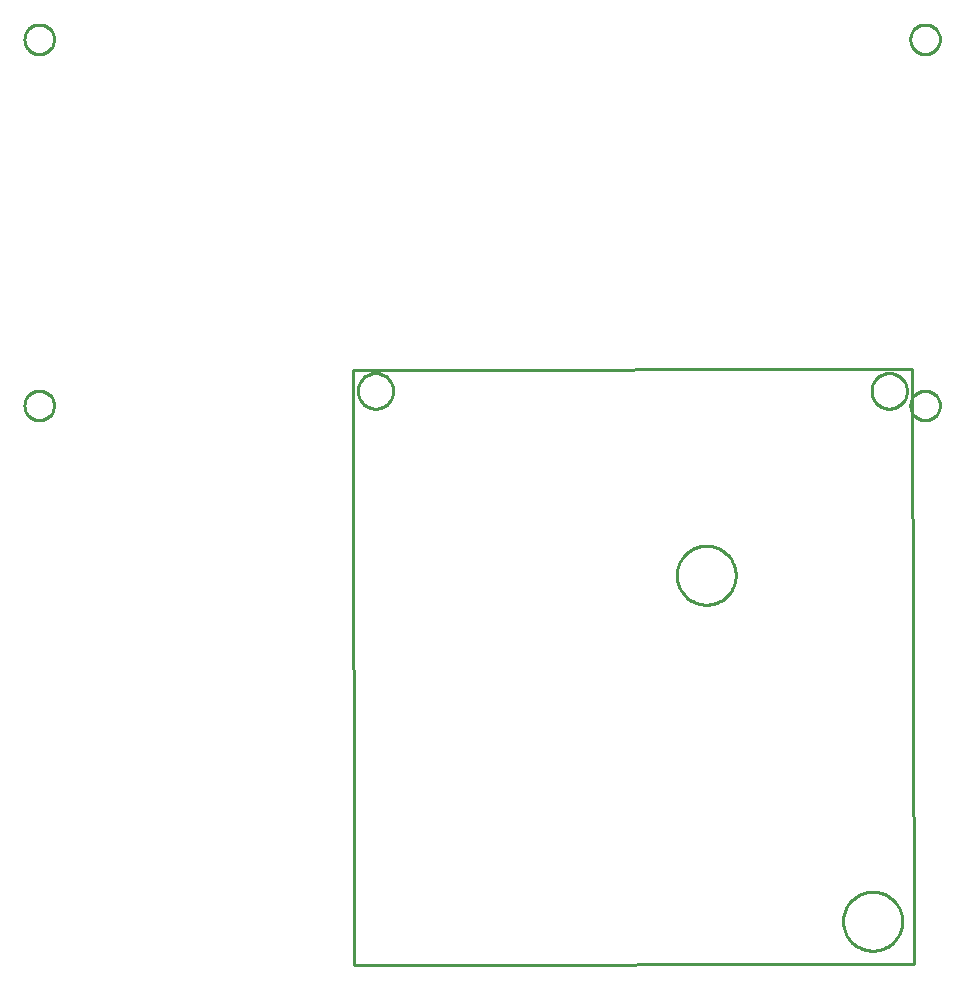
<source format=gbr>
G04 EAGLE Gerber RS-274X export*
G75*
%MOMM*%
%FSLAX34Y34*%
%LPD*%
%IN*%
%IPPOS*%
%AMOC8*
5,1,8,0,0,1.08239X$1,22.5*%
G01*
%ADD10C,0.254000*%


D10*
X5000Y503900D02*
X6000Y0D01*
X479650Y650D01*
X478650Y504550D01*
X5000Y503900D01*
X39000Y485464D02*
X38924Y484396D01*
X38771Y483335D01*
X38543Y482288D01*
X38241Y481260D01*
X37867Y480256D01*
X37422Y479281D01*
X36908Y478341D01*
X36329Y477440D01*
X35687Y476582D01*
X34985Y475772D01*
X34228Y475015D01*
X33418Y474313D01*
X32560Y473671D01*
X31659Y473092D01*
X30719Y472578D01*
X29744Y472133D01*
X28740Y471759D01*
X27712Y471457D01*
X26665Y471229D01*
X25604Y471076D01*
X24536Y471000D01*
X23464Y471000D01*
X22396Y471076D01*
X21335Y471229D01*
X20288Y471457D01*
X19260Y471759D01*
X18256Y472133D01*
X17281Y472578D01*
X16341Y473092D01*
X15440Y473671D01*
X14582Y474313D01*
X13772Y475015D01*
X13015Y475772D01*
X12313Y476582D01*
X11671Y477440D01*
X11092Y478341D01*
X10578Y479281D01*
X10133Y480256D01*
X9759Y481260D01*
X9457Y482288D01*
X9229Y483335D01*
X9076Y484396D01*
X9000Y485464D01*
X9000Y486536D01*
X9076Y487604D01*
X9229Y488665D01*
X9457Y489712D01*
X9759Y490740D01*
X10133Y491744D01*
X10578Y492719D01*
X11092Y493659D01*
X11671Y494560D01*
X12313Y495418D01*
X13015Y496228D01*
X13772Y496985D01*
X14582Y497687D01*
X15440Y498329D01*
X16341Y498908D01*
X17281Y499422D01*
X18256Y499867D01*
X19260Y500241D01*
X20288Y500543D01*
X21335Y500771D01*
X22396Y500924D01*
X23464Y501000D01*
X24536Y501000D01*
X25604Y500924D01*
X26665Y500771D01*
X27712Y500543D01*
X28740Y500241D01*
X29744Y499867D01*
X30719Y499422D01*
X31659Y498908D01*
X32560Y498329D01*
X33418Y497687D01*
X34228Y496985D01*
X34985Y496228D01*
X35687Y495418D01*
X36329Y494560D01*
X36908Y493659D01*
X37422Y492719D01*
X37867Y491744D01*
X38241Y490740D01*
X38543Y489712D01*
X38771Y488665D01*
X38924Y487604D01*
X39000Y486536D01*
X39000Y485464D01*
X474000Y485464D02*
X473924Y484396D01*
X473771Y483335D01*
X473543Y482288D01*
X473241Y481260D01*
X472867Y480256D01*
X472422Y479281D01*
X471908Y478341D01*
X471329Y477440D01*
X470687Y476582D01*
X469985Y475772D01*
X469228Y475015D01*
X468418Y474313D01*
X467560Y473671D01*
X466659Y473092D01*
X465719Y472578D01*
X464744Y472133D01*
X463740Y471759D01*
X462712Y471457D01*
X461665Y471229D01*
X460604Y471076D01*
X459536Y471000D01*
X458464Y471000D01*
X457396Y471076D01*
X456335Y471229D01*
X455288Y471457D01*
X454260Y471759D01*
X453256Y472133D01*
X452281Y472578D01*
X451341Y473092D01*
X450440Y473671D01*
X449582Y474313D01*
X448772Y475015D01*
X448015Y475772D01*
X447313Y476582D01*
X446671Y477440D01*
X446092Y478341D01*
X445578Y479281D01*
X445133Y480256D01*
X444759Y481260D01*
X444457Y482288D01*
X444229Y483335D01*
X444076Y484396D01*
X444000Y485464D01*
X444000Y486536D01*
X444076Y487604D01*
X444229Y488665D01*
X444457Y489712D01*
X444759Y490740D01*
X445133Y491744D01*
X445578Y492719D01*
X446092Y493659D01*
X446671Y494560D01*
X447313Y495418D01*
X448015Y496228D01*
X448772Y496985D01*
X449582Y497687D01*
X450440Y498329D01*
X451341Y498908D01*
X452281Y499422D01*
X453256Y499867D01*
X454260Y500241D01*
X455288Y500543D01*
X456335Y500771D01*
X457396Y500924D01*
X458464Y501000D01*
X459536Y501000D01*
X460604Y500924D01*
X461665Y500771D01*
X462712Y500543D01*
X463740Y500241D01*
X464744Y499867D01*
X465719Y499422D01*
X466659Y498908D01*
X467560Y498329D01*
X468418Y497687D01*
X469228Y496985D01*
X469985Y496228D01*
X470687Y495418D01*
X471329Y494560D01*
X471908Y493659D01*
X472422Y492719D01*
X472867Y491744D01*
X473241Y490740D01*
X473543Y489712D01*
X473771Y488665D01*
X473924Y487604D01*
X474000Y486536D01*
X474000Y485464D01*
X470000Y36299D02*
X469921Y34898D01*
X469764Y33504D01*
X469529Y32121D01*
X469217Y30753D01*
X468829Y29405D01*
X468365Y28081D01*
X467829Y26785D01*
X467220Y25521D01*
X466541Y24293D01*
X465795Y23105D01*
X464983Y21961D01*
X464108Y20864D01*
X463174Y19818D01*
X462182Y18826D01*
X461136Y17892D01*
X460039Y17017D01*
X458895Y16205D01*
X457707Y15459D01*
X456479Y14780D01*
X455215Y14171D01*
X453919Y13635D01*
X452595Y13171D01*
X451247Y12783D01*
X449879Y12471D01*
X448496Y12236D01*
X447102Y12079D01*
X445701Y12000D01*
X444299Y12000D01*
X442898Y12079D01*
X441504Y12236D01*
X440121Y12471D01*
X438753Y12783D01*
X437405Y13171D01*
X436081Y13635D01*
X434785Y14171D01*
X433521Y14780D01*
X432293Y15459D01*
X431105Y16205D01*
X429961Y17017D01*
X428864Y17892D01*
X427818Y18826D01*
X426826Y19818D01*
X425892Y20864D01*
X425017Y21961D01*
X424205Y23105D01*
X423459Y24293D01*
X422780Y25521D01*
X422171Y26785D01*
X421635Y28081D01*
X421171Y29405D01*
X420783Y30753D01*
X420471Y32121D01*
X420236Y33504D01*
X420079Y34898D01*
X420000Y36299D01*
X420000Y37701D01*
X420079Y39102D01*
X420236Y40496D01*
X420471Y41879D01*
X420783Y43247D01*
X421171Y44595D01*
X421635Y45919D01*
X422171Y47215D01*
X422780Y48479D01*
X423459Y49707D01*
X424205Y50895D01*
X425017Y52039D01*
X425892Y53136D01*
X426826Y54182D01*
X427818Y55174D01*
X428864Y56108D01*
X429961Y56983D01*
X431105Y57795D01*
X432293Y58541D01*
X433521Y59220D01*
X434785Y59829D01*
X436081Y60365D01*
X437405Y60829D01*
X438753Y61217D01*
X440121Y61529D01*
X441504Y61764D01*
X442898Y61921D01*
X444299Y62000D01*
X445701Y62000D01*
X447102Y61921D01*
X448496Y61764D01*
X449879Y61529D01*
X451247Y61217D01*
X452595Y60829D01*
X453919Y60365D01*
X455215Y59829D01*
X456479Y59220D01*
X457707Y58541D01*
X458895Y57795D01*
X460039Y56983D01*
X461136Y56108D01*
X462182Y55174D01*
X463174Y54182D01*
X464108Y53136D01*
X464983Y52039D01*
X465795Y50895D01*
X466541Y49707D01*
X467220Y48479D01*
X467829Y47215D01*
X468365Y45919D01*
X468829Y44595D01*
X469217Y43247D01*
X469529Y41879D01*
X469764Y40496D01*
X469921Y39102D01*
X470000Y37701D01*
X470000Y36299D01*
X329000Y329299D02*
X328921Y327898D01*
X328764Y326504D01*
X328529Y325121D01*
X328217Y323753D01*
X327829Y322405D01*
X327365Y321081D01*
X326829Y319785D01*
X326220Y318521D01*
X325541Y317293D01*
X324795Y316105D01*
X323983Y314961D01*
X323108Y313864D01*
X322174Y312818D01*
X321182Y311826D01*
X320136Y310892D01*
X319039Y310017D01*
X317895Y309205D01*
X316707Y308459D01*
X315479Y307780D01*
X314215Y307171D01*
X312919Y306635D01*
X311595Y306171D01*
X310247Y305783D01*
X308879Y305471D01*
X307496Y305236D01*
X306102Y305079D01*
X304701Y305000D01*
X303299Y305000D01*
X301898Y305079D01*
X300504Y305236D01*
X299121Y305471D01*
X297753Y305783D01*
X296405Y306171D01*
X295081Y306635D01*
X293785Y307171D01*
X292521Y307780D01*
X291293Y308459D01*
X290105Y309205D01*
X288961Y310017D01*
X287864Y310892D01*
X286818Y311826D01*
X285826Y312818D01*
X284892Y313864D01*
X284017Y314961D01*
X283205Y316105D01*
X282459Y317293D01*
X281780Y318521D01*
X281171Y319785D01*
X280635Y321081D01*
X280171Y322405D01*
X279783Y323753D01*
X279471Y325121D01*
X279236Y326504D01*
X279079Y327898D01*
X279000Y329299D01*
X279000Y330701D01*
X279079Y332102D01*
X279236Y333496D01*
X279471Y334879D01*
X279783Y336247D01*
X280171Y337595D01*
X280635Y338919D01*
X281171Y340215D01*
X281780Y341479D01*
X282459Y342707D01*
X283205Y343895D01*
X284017Y345039D01*
X284892Y346136D01*
X285826Y347182D01*
X286818Y348174D01*
X287864Y349108D01*
X288961Y349983D01*
X290105Y350795D01*
X291293Y351541D01*
X292521Y352220D01*
X293785Y352829D01*
X295081Y353365D01*
X296405Y353829D01*
X297753Y354217D01*
X299121Y354529D01*
X300504Y354764D01*
X301898Y354921D01*
X303299Y355000D01*
X304701Y355000D01*
X306102Y354921D01*
X307496Y354764D01*
X308879Y354529D01*
X310247Y354217D01*
X311595Y353829D01*
X312919Y353365D01*
X314215Y352829D01*
X315479Y352220D01*
X316707Y351541D01*
X317895Y350795D01*
X319039Y349983D01*
X320136Y349108D01*
X321182Y348174D01*
X322174Y347182D01*
X323108Y346136D01*
X323983Y345039D01*
X324795Y343895D01*
X325541Y342707D01*
X326220Y341479D01*
X326829Y340215D01*
X327365Y338919D01*
X327829Y337595D01*
X328217Y336247D01*
X328529Y334879D01*
X328764Y333496D01*
X328921Y332102D01*
X329000Y330701D01*
X329000Y329299D01*
X476800Y784141D02*
X476877Y785120D01*
X477031Y786091D01*
X477260Y787046D01*
X477564Y787980D01*
X477939Y788887D01*
X478385Y789762D01*
X478899Y790600D01*
X479476Y791395D01*
X480114Y792142D01*
X480808Y792836D01*
X481555Y793474D01*
X482350Y794051D01*
X483188Y794565D01*
X484063Y795011D01*
X484970Y795386D01*
X485904Y795690D01*
X486860Y795919D01*
X487830Y796073D01*
X488809Y796150D01*
X489791Y796150D01*
X490770Y796073D01*
X491741Y795919D01*
X492696Y795690D01*
X493630Y795386D01*
X494537Y795011D01*
X495412Y794565D01*
X496250Y794051D01*
X497045Y793474D01*
X497792Y792836D01*
X498486Y792142D01*
X499124Y791395D01*
X499701Y790600D01*
X500215Y789762D01*
X500661Y788887D01*
X501036Y787980D01*
X501340Y787046D01*
X501569Y786091D01*
X501723Y785120D01*
X501800Y784141D01*
X501800Y783159D01*
X501723Y782180D01*
X501569Y781210D01*
X501340Y780254D01*
X501036Y779320D01*
X500661Y778413D01*
X500215Y777538D01*
X499701Y776700D01*
X499124Y775905D01*
X498486Y775158D01*
X497792Y774464D01*
X497045Y773826D01*
X496250Y773249D01*
X495412Y772735D01*
X494537Y772289D01*
X493630Y771914D01*
X492696Y771610D01*
X491741Y771381D01*
X490770Y771227D01*
X489791Y771150D01*
X488809Y771150D01*
X487830Y771227D01*
X486860Y771381D01*
X485904Y771610D01*
X484970Y771914D01*
X484063Y772289D01*
X483188Y772735D01*
X482350Y773249D01*
X481555Y773826D01*
X480808Y774464D01*
X480114Y775158D01*
X479476Y775905D01*
X478899Y776700D01*
X478385Y777538D01*
X477939Y778413D01*
X477564Y779320D01*
X477260Y780254D01*
X477031Y781210D01*
X476877Y782180D01*
X476800Y783159D01*
X476800Y784141D01*
X-273200Y784141D02*
X-273123Y785120D01*
X-272969Y786091D01*
X-272740Y787046D01*
X-272436Y787980D01*
X-272061Y788887D01*
X-271615Y789762D01*
X-271101Y790600D01*
X-270524Y791395D01*
X-269886Y792142D01*
X-269192Y792836D01*
X-268445Y793474D01*
X-267650Y794051D01*
X-266812Y794565D01*
X-265937Y795011D01*
X-265030Y795386D01*
X-264096Y795690D01*
X-263141Y795919D01*
X-262170Y796073D01*
X-261191Y796150D01*
X-260209Y796150D01*
X-259230Y796073D01*
X-258260Y795919D01*
X-257304Y795690D01*
X-256370Y795386D01*
X-255463Y795011D01*
X-254588Y794565D01*
X-253750Y794051D01*
X-252955Y793474D01*
X-252208Y792836D01*
X-251514Y792142D01*
X-250876Y791395D01*
X-250299Y790600D01*
X-249785Y789762D01*
X-249339Y788887D01*
X-248964Y787980D01*
X-248660Y787046D01*
X-248431Y786091D01*
X-248277Y785120D01*
X-248200Y784141D01*
X-248200Y783159D01*
X-248277Y782180D01*
X-248431Y781210D01*
X-248660Y780254D01*
X-248964Y779320D01*
X-249339Y778413D01*
X-249785Y777538D01*
X-250299Y776700D01*
X-250876Y775905D01*
X-251514Y775158D01*
X-252208Y774464D01*
X-252955Y773826D01*
X-253750Y773249D01*
X-254588Y772735D01*
X-255463Y772289D01*
X-256370Y771914D01*
X-257304Y771610D01*
X-258260Y771381D01*
X-259230Y771227D01*
X-260209Y771150D01*
X-261191Y771150D01*
X-262170Y771227D01*
X-263141Y771381D01*
X-264096Y771610D01*
X-265030Y771914D01*
X-265937Y772289D01*
X-266812Y772735D01*
X-267650Y773249D01*
X-268445Y773826D01*
X-269192Y774464D01*
X-269886Y775158D01*
X-270524Y775905D01*
X-271101Y776700D01*
X-271615Y777538D01*
X-272061Y778413D01*
X-272436Y779320D01*
X-272740Y780254D01*
X-272969Y781210D01*
X-273123Y782180D01*
X-273200Y783159D01*
X-273200Y784141D01*
X476800Y474141D02*
X476877Y475120D01*
X477031Y476091D01*
X477260Y477046D01*
X477564Y477980D01*
X477939Y478887D01*
X478385Y479762D01*
X478899Y480600D01*
X479476Y481395D01*
X480114Y482142D01*
X480808Y482836D01*
X481555Y483474D01*
X482350Y484051D01*
X483188Y484565D01*
X484063Y485011D01*
X484970Y485386D01*
X485904Y485690D01*
X486860Y485919D01*
X487830Y486073D01*
X488809Y486150D01*
X489791Y486150D01*
X490770Y486073D01*
X491741Y485919D01*
X492696Y485690D01*
X493630Y485386D01*
X494537Y485011D01*
X495412Y484565D01*
X496250Y484051D01*
X497045Y483474D01*
X497792Y482836D01*
X498486Y482142D01*
X499124Y481395D01*
X499701Y480600D01*
X500215Y479762D01*
X500661Y478887D01*
X501036Y477980D01*
X501340Y477046D01*
X501569Y476091D01*
X501723Y475120D01*
X501800Y474141D01*
X501800Y473159D01*
X501723Y472180D01*
X501569Y471210D01*
X501340Y470254D01*
X501036Y469320D01*
X500661Y468413D01*
X500215Y467538D01*
X499701Y466700D01*
X499124Y465905D01*
X498486Y465158D01*
X497792Y464464D01*
X497045Y463826D01*
X496250Y463249D01*
X495412Y462735D01*
X494537Y462289D01*
X493630Y461914D01*
X492696Y461610D01*
X491741Y461381D01*
X490770Y461227D01*
X489791Y461150D01*
X488809Y461150D01*
X487830Y461227D01*
X486860Y461381D01*
X485904Y461610D01*
X484970Y461914D01*
X484063Y462289D01*
X483188Y462735D01*
X482350Y463249D01*
X481555Y463826D01*
X480808Y464464D01*
X480114Y465158D01*
X479476Y465905D01*
X478899Y466700D01*
X478385Y467538D01*
X477939Y468413D01*
X477564Y469320D01*
X477260Y470254D01*
X477031Y471210D01*
X476877Y472180D01*
X476800Y473159D01*
X476800Y474141D01*
X-273200Y474141D02*
X-273123Y475120D01*
X-272969Y476091D01*
X-272740Y477046D01*
X-272436Y477980D01*
X-272061Y478887D01*
X-271615Y479762D01*
X-271101Y480600D01*
X-270524Y481395D01*
X-269886Y482142D01*
X-269192Y482836D01*
X-268445Y483474D01*
X-267650Y484051D01*
X-266812Y484565D01*
X-265937Y485011D01*
X-265030Y485386D01*
X-264096Y485690D01*
X-263141Y485919D01*
X-262170Y486073D01*
X-261191Y486150D01*
X-260209Y486150D01*
X-259230Y486073D01*
X-258260Y485919D01*
X-257304Y485690D01*
X-256370Y485386D01*
X-255463Y485011D01*
X-254588Y484565D01*
X-253750Y484051D01*
X-252955Y483474D01*
X-252208Y482836D01*
X-251514Y482142D01*
X-250876Y481395D01*
X-250299Y480600D01*
X-249785Y479762D01*
X-249339Y478887D01*
X-248964Y477980D01*
X-248660Y477046D01*
X-248431Y476091D01*
X-248277Y475120D01*
X-248200Y474141D01*
X-248200Y473159D01*
X-248277Y472180D01*
X-248431Y471210D01*
X-248660Y470254D01*
X-248964Y469320D01*
X-249339Y468413D01*
X-249785Y467538D01*
X-250299Y466700D01*
X-250876Y465905D01*
X-251514Y465158D01*
X-252208Y464464D01*
X-252955Y463826D01*
X-253750Y463249D01*
X-254588Y462735D01*
X-255463Y462289D01*
X-256370Y461914D01*
X-257304Y461610D01*
X-258260Y461381D01*
X-259230Y461227D01*
X-260209Y461150D01*
X-261191Y461150D01*
X-262170Y461227D01*
X-263141Y461381D01*
X-264096Y461610D01*
X-265030Y461914D01*
X-265937Y462289D01*
X-266812Y462735D01*
X-267650Y463249D01*
X-268445Y463826D01*
X-269192Y464464D01*
X-269886Y465158D01*
X-270524Y465905D01*
X-271101Y466700D01*
X-271615Y467538D01*
X-272061Y468413D01*
X-272436Y469320D01*
X-272740Y470254D01*
X-272969Y471210D01*
X-273123Y472180D01*
X-273200Y473159D01*
X-273200Y474141D01*
M02*

</source>
